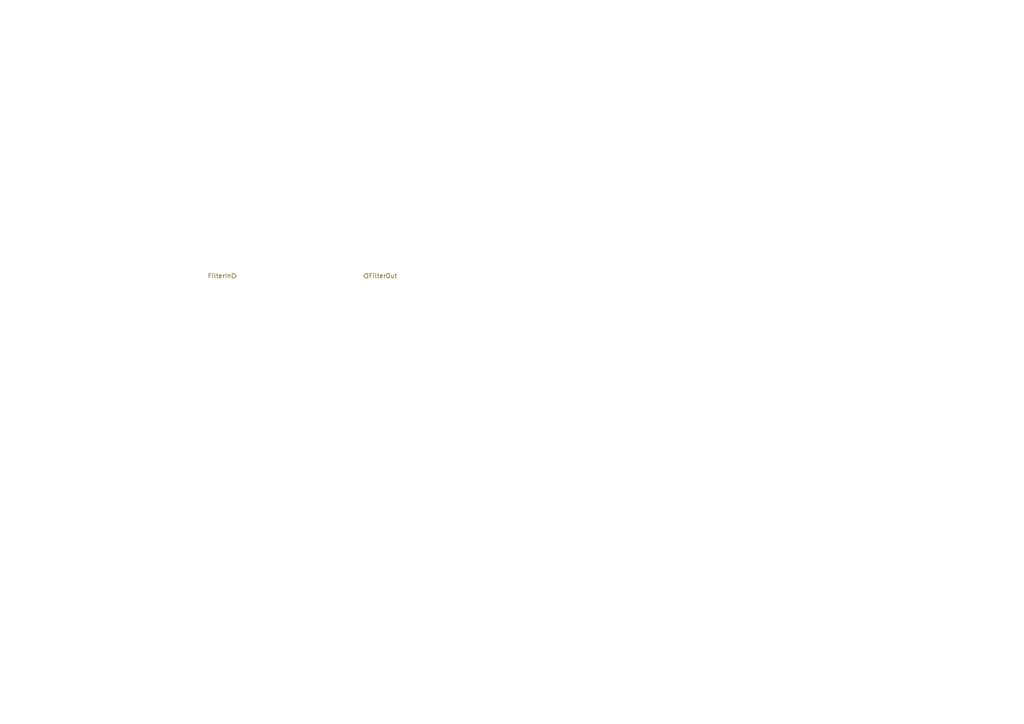
<source format=kicad_sch>
(kicad_sch (version 20230121) (generator eeschema)
  (paper "A4")
  (lib_symbols)
  (hierarchical_label "FilterOut" (shape input) (at 105.41 80.01 0))
  (hierarchical_label "FilterIn" (shape input) (at 68.58 80.01 180))
)
</source>
